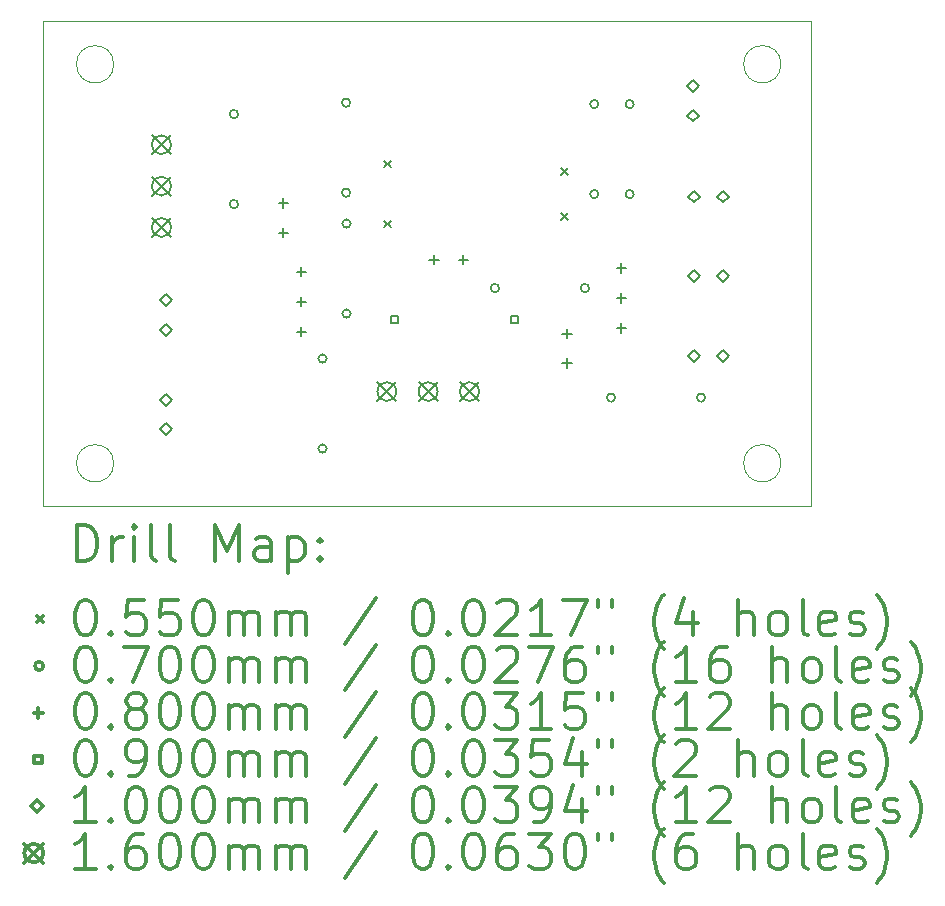
<source format=gbr>
%FSLAX45Y45*%
G04 Gerber Fmt 4.5, Leading zero omitted, Abs format (unit mm)*
G04 Created by KiCad (PCBNEW 5.1.12) date 2021-12-29 22:49:32*
%MOMM*%
%LPD*%
G01*
G04 APERTURE LIST*
%TA.AperFunction,Profile*%
%ADD10C,0.050000*%
%TD*%
%ADD11C,0.200000*%
%ADD12C,0.300000*%
G04 APERTURE END LIST*
D10*
X14981554Y-12291060D02*
G75*
G03*
X14981554Y-12291060I-158114J0D01*
G01*
X14981554Y-8912860D02*
G75*
G03*
X14981554Y-8912860I-158114J0D01*
G01*
X8737600Y-8549640D02*
X8737600Y-12649200D01*
X15240000Y-8549640D02*
X8737600Y-8549640D01*
X15240000Y-12649200D02*
X15240000Y-8550000D01*
X8737600Y-12649200D02*
X15240000Y-12649200D01*
X9332594Y-8912860D02*
G75*
G03*
X9332594Y-8912860I-158114J0D01*
G01*
X9332594Y-12291060D02*
G75*
G03*
X9332594Y-12291060I-158114J0D01*
G01*
D11*
X11622500Y-9728500D02*
X11677500Y-9783500D01*
X11677500Y-9728500D02*
X11622500Y-9783500D01*
X11622500Y-10236500D02*
X11677500Y-10291500D01*
X11677500Y-10236500D02*
X11622500Y-10291500D01*
X13122500Y-9792500D02*
X13177500Y-9847500D01*
X13177500Y-9792500D02*
X13122500Y-9847500D01*
X13122500Y-10172500D02*
X13177500Y-10227500D01*
X13177500Y-10172500D02*
X13122500Y-10227500D01*
X10385500Y-9334500D02*
G75*
G03*
X10385500Y-9334500I-35000J0D01*
G01*
X10385500Y-10096500D02*
G75*
G03*
X10385500Y-10096500I-35000J0D01*
G01*
X11134800Y-11404600D02*
G75*
G03*
X11134800Y-11404600I-35000J0D01*
G01*
X11134800Y-12166600D02*
G75*
G03*
X11134800Y-12166600I-35000J0D01*
G01*
X11335000Y-9238000D02*
G75*
G03*
X11335000Y-9238000I-35000J0D01*
G01*
X11335000Y-10000000D02*
G75*
G03*
X11335000Y-10000000I-35000J0D01*
G01*
X11338000Y-10261600D02*
G75*
G03*
X11338000Y-10261600I-35000J0D01*
G01*
X11338000Y-11023600D02*
G75*
G03*
X11338000Y-11023600I-35000J0D01*
G01*
X12595300Y-10807700D02*
G75*
G03*
X12595300Y-10807700I-35000J0D01*
G01*
X13357300Y-10807700D02*
G75*
G03*
X13357300Y-10807700I-35000J0D01*
G01*
X13435000Y-9250000D02*
G75*
G03*
X13435000Y-9250000I-35000J0D01*
G01*
X13435000Y-10012000D02*
G75*
G03*
X13435000Y-10012000I-35000J0D01*
G01*
X13578280Y-11734800D02*
G75*
G03*
X13578280Y-11734800I-35000J0D01*
G01*
X13735000Y-9250000D02*
G75*
G03*
X13735000Y-9250000I-35000J0D01*
G01*
X13735000Y-10012000D02*
G75*
G03*
X13735000Y-10012000I-35000J0D01*
G01*
X14340280Y-11734800D02*
G75*
G03*
X14340280Y-11734800I-35000J0D01*
G01*
X10769600Y-10047800D02*
X10769600Y-10127800D01*
X10729600Y-10087800D02*
X10809600Y-10087800D01*
X10769600Y-10297800D02*
X10769600Y-10377800D01*
X10729600Y-10337800D02*
X10809600Y-10337800D01*
X10922000Y-10628000D02*
X10922000Y-10708000D01*
X10882000Y-10668000D02*
X10962000Y-10668000D01*
X10922000Y-10882000D02*
X10922000Y-10962000D01*
X10882000Y-10922000D02*
X10962000Y-10922000D01*
X10922000Y-11136000D02*
X10922000Y-11216000D01*
X10882000Y-11176000D02*
X10962000Y-11176000D01*
X12043600Y-10526400D02*
X12043600Y-10606400D01*
X12003600Y-10566400D02*
X12083600Y-10566400D01*
X12293600Y-10526400D02*
X12293600Y-10606400D01*
X12253600Y-10566400D02*
X12333600Y-10566400D01*
X13169900Y-11152700D02*
X13169900Y-11232700D01*
X13129900Y-11192700D02*
X13209900Y-11192700D01*
X13169900Y-11402700D02*
X13169900Y-11482700D01*
X13129900Y-11442700D02*
X13209900Y-11442700D01*
X13631000Y-10598100D02*
X13631000Y-10678100D01*
X13591000Y-10638100D02*
X13671000Y-10638100D01*
X13631000Y-10852100D02*
X13631000Y-10932100D01*
X13591000Y-10892100D02*
X13671000Y-10892100D01*
X13631000Y-11106100D02*
X13631000Y-11186100D01*
X13591000Y-11146100D02*
X13671000Y-11146100D01*
X11741220Y-11106220D02*
X11741220Y-11042580D01*
X11677580Y-11042580D01*
X11677580Y-11106220D01*
X11741220Y-11106220D01*
X12757220Y-11106220D02*
X12757220Y-11042580D01*
X12693580Y-11042580D01*
X12693580Y-11106220D01*
X12757220Y-11106220D01*
X9773920Y-10960760D02*
X9823920Y-10910760D01*
X9773920Y-10860760D01*
X9723920Y-10910760D01*
X9773920Y-10960760D01*
X9773920Y-11210760D02*
X9823920Y-11160760D01*
X9773920Y-11110760D01*
X9723920Y-11160760D01*
X9773920Y-11210760D01*
X9773920Y-11804040D02*
X9823920Y-11754040D01*
X9773920Y-11704040D01*
X9723920Y-11754040D01*
X9773920Y-11804040D01*
X9773920Y-12054040D02*
X9823920Y-12004040D01*
X9773920Y-11954040D01*
X9723920Y-12004040D01*
X9773920Y-12054040D01*
X14234160Y-9147200D02*
X14284160Y-9097200D01*
X14234160Y-9047200D01*
X14184160Y-9097200D01*
X14234160Y-9147200D01*
X14234160Y-9397200D02*
X14284160Y-9347200D01*
X14234160Y-9297200D01*
X14184160Y-9347200D01*
X14234160Y-9397200D01*
X14243240Y-10083000D02*
X14293240Y-10033000D01*
X14243240Y-9983000D01*
X14193240Y-10033000D01*
X14243240Y-10083000D01*
X14243240Y-11434280D02*
X14293240Y-11384280D01*
X14243240Y-11334280D01*
X14193240Y-11384280D01*
X14243240Y-11434280D01*
X14244320Y-10758640D02*
X14294320Y-10708640D01*
X14244320Y-10658640D01*
X14194320Y-10708640D01*
X14244320Y-10758640D01*
X14493240Y-10083000D02*
X14543240Y-10033000D01*
X14493240Y-9983000D01*
X14443240Y-10033000D01*
X14493240Y-10083000D01*
X14493240Y-11434280D02*
X14543240Y-11384280D01*
X14493240Y-11334280D01*
X14443240Y-11384280D01*
X14493240Y-11434280D01*
X14494320Y-10758640D02*
X14544320Y-10708640D01*
X14494320Y-10658640D01*
X14444320Y-10708640D01*
X14494320Y-10758640D01*
X9656600Y-9514500D02*
X9816600Y-9674500D01*
X9816600Y-9514500D02*
X9656600Y-9674500D01*
X9816600Y-9594500D02*
G75*
G03*
X9816600Y-9594500I-80000J0D01*
G01*
X9656600Y-9864500D02*
X9816600Y-10024500D01*
X9816600Y-9864500D02*
X9656600Y-10024500D01*
X9816600Y-9944500D02*
G75*
G03*
X9816600Y-9944500I-80000J0D01*
G01*
X9656600Y-10214500D02*
X9816600Y-10374500D01*
X9816600Y-10214500D02*
X9656600Y-10374500D01*
X9816600Y-10294500D02*
G75*
G03*
X9816600Y-10294500I-80000J0D01*
G01*
X11564400Y-11604000D02*
X11724400Y-11764000D01*
X11724400Y-11604000D02*
X11564400Y-11764000D01*
X11724400Y-11684000D02*
G75*
G03*
X11724400Y-11684000I-80000J0D01*
G01*
X11914400Y-11604000D02*
X12074400Y-11764000D01*
X12074400Y-11604000D02*
X11914400Y-11764000D01*
X12074400Y-11684000D02*
G75*
G03*
X12074400Y-11684000I-80000J0D01*
G01*
X12264400Y-11604000D02*
X12424400Y-11764000D01*
X12424400Y-11604000D02*
X12264400Y-11764000D01*
X12424400Y-11684000D02*
G75*
G03*
X12424400Y-11684000I-80000J0D01*
G01*
D12*
X9021528Y-13117414D02*
X9021528Y-12817414D01*
X9092957Y-12817414D01*
X9135814Y-12831700D01*
X9164386Y-12860271D01*
X9178671Y-12888843D01*
X9192957Y-12945986D01*
X9192957Y-12988843D01*
X9178671Y-13045986D01*
X9164386Y-13074557D01*
X9135814Y-13103129D01*
X9092957Y-13117414D01*
X9021528Y-13117414D01*
X9321528Y-13117414D02*
X9321528Y-12917414D01*
X9321528Y-12974557D02*
X9335814Y-12945986D01*
X9350100Y-12931700D01*
X9378671Y-12917414D01*
X9407243Y-12917414D01*
X9507243Y-13117414D02*
X9507243Y-12917414D01*
X9507243Y-12817414D02*
X9492957Y-12831700D01*
X9507243Y-12845986D01*
X9521528Y-12831700D01*
X9507243Y-12817414D01*
X9507243Y-12845986D01*
X9692957Y-13117414D02*
X9664386Y-13103129D01*
X9650100Y-13074557D01*
X9650100Y-12817414D01*
X9850100Y-13117414D02*
X9821528Y-13103129D01*
X9807243Y-13074557D01*
X9807243Y-12817414D01*
X10192957Y-13117414D02*
X10192957Y-12817414D01*
X10292957Y-13031700D01*
X10392957Y-12817414D01*
X10392957Y-13117414D01*
X10664386Y-13117414D02*
X10664386Y-12960271D01*
X10650100Y-12931700D01*
X10621528Y-12917414D01*
X10564386Y-12917414D01*
X10535814Y-12931700D01*
X10664386Y-13103129D02*
X10635814Y-13117414D01*
X10564386Y-13117414D01*
X10535814Y-13103129D01*
X10521528Y-13074557D01*
X10521528Y-13045986D01*
X10535814Y-13017414D01*
X10564386Y-13003129D01*
X10635814Y-13003129D01*
X10664386Y-12988843D01*
X10807243Y-12917414D02*
X10807243Y-13217414D01*
X10807243Y-12931700D02*
X10835814Y-12917414D01*
X10892957Y-12917414D01*
X10921528Y-12931700D01*
X10935814Y-12945986D01*
X10950100Y-12974557D01*
X10950100Y-13060271D01*
X10935814Y-13088843D01*
X10921528Y-13103129D01*
X10892957Y-13117414D01*
X10835814Y-13117414D01*
X10807243Y-13103129D01*
X11078671Y-13088843D02*
X11092957Y-13103129D01*
X11078671Y-13117414D01*
X11064386Y-13103129D01*
X11078671Y-13088843D01*
X11078671Y-13117414D01*
X11078671Y-12931700D02*
X11092957Y-12945986D01*
X11078671Y-12960271D01*
X11064386Y-12945986D01*
X11078671Y-12931700D01*
X11078671Y-12960271D01*
X8680100Y-13584200D02*
X8735100Y-13639200D01*
X8735100Y-13584200D02*
X8680100Y-13639200D01*
X9078671Y-13447414D02*
X9107243Y-13447414D01*
X9135814Y-13461700D01*
X9150100Y-13475986D01*
X9164386Y-13504557D01*
X9178671Y-13561700D01*
X9178671Y-13633129D01*
X9164386Y-13690271D01*
X9150100Y-13718843D01*
X9135814Y-13733129D01*
X9107243Y-13747414D01*
X9078671Y-13747414D01*
X9050100Y-13733129D01*
X9035814Y-13718843D01*
X9021528Y-13690271D01*
X9007243Y-13633129D01*
X9007243Y-13561700D01*
X9021528Y-13504557D01*
X9035814Y-13475986D01*
X9050100Y-13461700D01*
X9078671Y-13447414D01*
X9307243Y-13718843D02*
X9321528Y-13733129D01*
X9307243Y-13747414D01*
X9292957Y-13733129D01*
X9307243Y-13718843D01*
X9307243Y-13747414D01*
X9592957Y-13447414D02*
X9450100Y-13447414D01*
X9435814Y-13590271D01*
X9450100Y-13575986D01*
X9478671Y-13561700D01*
X9550100Y-13561700D01*
X9578671Y-13575986D01*
X9592957Y-13590271D01*
X9607243Y-13618843D01*
X9607243Y-13690271D01*
X9592957Y-13718843D01*
X9578671Y-13733129D01*
X9550100Y-13747414D01*
X9478671Y-13747414D01*
X9450100Y-13733129D01*
X9435814Y-13718843D01*
X9878671Y-13447414D02*
X9735814Y-13447414D01*
X9721528Y-13590271D01*
X9735814Y-13575986D01*
X9764386Y-13561700D01*
X9835814Y-13561700D01*
X9864386Y-13575986D01*
X9878671Y-13590271D01*
X9892957Y-13618843D01*
X9892957Y-13690271D01*
X9878671Y-13718843D01*
X9864386Y-13733129D01*
X9835814Y-13747414D01*
X9764386Y-13747414D01*
X9735814Y-13733129D01*
X9721528Y-13718843D01*
X10078671Y-13447414D02*
X10107243Y-13447414D01*
X10135814Y-13461700D01*
X10150100Y-13475986D01*
X10164386Y-13504557D01*
X10178671Y-13561700D01*
X10178671Y-13633129D01*
X10164386Y-13690271D01*
X10150100Y-13718843D01*
X10135814Y-13733129D01*
X10107243Y-13747414D01*
X10078671Y-13747414D01*
X10050100Y-13733129D01*
X10035814Y-13718843D01*
X10021528Y-13690271D01*
X10007243Y-13633129D01*
X10007243Y-13561700D01*
X10021528Y-13504557D01*
X10035814Y-13475986D01*
X10050100Y-13461700D01*
X10078671Y-13447414D01*
X10307243Y-13747414D02*
X10307243Y-13547414D01*
X10307243Y-13575986D02*
X10321528Y-13561700D01*
X10350100Y-13547414D01*
X10392957Y-13547414D01*
X10421528Y-13561700D01*
X10435814Y-13590271D01*
X10435814Y-13747414D01*
X10435814Y-13590271D02*
X10450100Y-13561700D01*
X10478671Y-13547414D01*
X10521528Y-13547414D01*
X10550100Y-13561700D01*
X10564386Y-13590271D01*
X10564386Y-13747414D01*
X10707243Y-13747414D02*
X10707243Y-13547414D01*
X10707243Y-13575986D02*
X10721528Y-13561700D01*
X10750100Y-13547414D01*
X10792957Y-13547414D01*
X10821528Y-13561700D01*
X10835814Y-13590271D01*
X10835814Y-13747414D01*
X10835814Y-13590271D02*
X10850100Y-13561700D01*
X10878671Y-13547414D01*
X10921528Y-13547414D01*
X10950100Y-13561700D01*
X10964386Y-13590271D01*
X10964386Y-13747414D01*
X11550100Y-13433129D02*
X11292957Y-13818843D01*
X11935814Y-13447414D02*
X11964386Y-13447414D01*
X11992957Y-13461700D01*
X12007243Y-13475986D01*
X12021528Y-13504557D01*
X12035814Y-13561700D01*
X12035814Y-13633129D01*
X12021528Y-13690271D01*
X12007243Y-13718843D01*
X11992957Y-13733129D01*
X11964386Y-13747414D01*
X11935814Y-13747414D01*
X11907243Y-13733129D01*
X11892957Y-13718843D01*
X11878671Y-13690271D01*
X11864386Y-13633129D01*
X11864386Y-13561700D01*
X11878671Y-13504557D01*
X11892957Y-13475986D01*
X11907243Y-13461700D01*
X11935814Y-13447414D01*
X12164386Y-13718843D02*
X12178671Y-13733129D01*
X12164386Y-13747414D01*
X12150100Y-13733129D01*
X12164386Y-13718843D01*
X12164386Y-13747414D01*
X12364386Y-13447414D02*
X12392957Y-13447414D01*
X12421528Y-13461700D01*
X12435814Y-13475986D01*
X12450100Y-13504557D01*
X12464386Y-13561700D01*
X12464386Y-13633129D01*
X12450100Y-13690271D01*
X12435814Y-13718843D01*
X12421528Y-13733129D01*
X12392957Y-13747414D01*
X12364386Y-13747414D01*
X12335814Y-13733129D01*
X12321528Y-13718843D01*
X12307243Y-13690271D01*
X12292957Y-13633129D01*
X12292957Y-13561700D01*
X12307243Y-13504557D01*
X12321528Y-13475986D01*
X12335814Y-13461700D01*
X12364386Y-13447414D01*
X12578671Y-13475986D02*
X12592957Y-13461700D01*
X12621528Y-13447414D01*
X12692957Y-13447414D01*
X12721528Y-13461700D01*
X12735814Y-13475986D01*
X12750100Y-13504557D01*
X12750100Y-13533129D01*
X12735814Y-13575986D01*
X12564386Y-13747414D01*
X12750100Y-13747414D01*
X13035814Y-13747414D02*
X12864386Y-13747414D01*
X12950100Y-13747414D02*
X12950100Y-13447414D01*
X12921528Y-13490271D01*
X12892957Y-13518843D01*
X12864386Y-13533129D01*
X13135814Y-13447414D02*
X13335814Y-13447414D01*
X13207243Y-13747414D01*
X13435814Y-13447414D02*
X13435814Y-13504557D01*
X13550100Y-13447414D02*
X13550100Y-13504557D01*
X13992957Y-13861700D02*
X13978671Y-13847414D01*
X13950100Y-13804557D01*
X13935814Y-13775986D01*
X13921528Y-13733129D01*
X13907243Y-13661700D01*
X13907243Y-13604557D01*
X13921528Y-13533129D01*
X13935814Y-13490271D01*
X13950100Y-13461700D01*
X13978671Y-13418843D01*
X13992957Y-13404557D01*
X14235814Y-13547414D02*
X14235814Y-13747414D01*
X14164386Y-13433129D02*
X14092957Y-13647414D01*
X14278671Y-13647414D01*
X14621528Y-13747414D02*
X14621528Y-13447414D01*
X14750100Y-13747414D02*
X14750100Y-13590271D01*
X14735814Y-13561700D01*
X14707243Y-13547414D01*
X14664386Y-13547414D01*
X14635814Y-13561700D01*
X14621528Y-13575986D01*
X14935814Y-13747414D02*
X14907243Y-13733129D01*
X14892957Y-13718843D01*
X14878671Y-13690271D01*
X14878671Y-13604557D01*
X14892957Y-13575986D01*
X14907243Y-13561700D01*
X14935814Y-13547414D01*
X14978671Y-13547414D01*
X15007243Y-13561700D01*
X15021528Y-13575986D01*
X15035814Y-13604557D01*
X15035814Y-13690271D01*
X15021528Y-13718843D01*
X15007243Y-13733129D01*
X14978671Y-13747414D01*
X14935814Y-13747414D01*
X15207243Y-13747414D02*
X15178671Y-13733129D01*
X15164386Y-13704557D01*
X15164386Y-13447414D01*
X15435814Y-13733129D02*
X15407243Y-13747414D01*
X15350100Y-13747414D01*
X15321528Y-13733129D01*
X15307243Y-13704557D01*
X15307243Y-13590271D01*
X15321528Y-13561700D01*
X15350100Y-13547414D01*
X15407243Y-13547414D01*
X15435814Y-13561700D01*
X15450100Y-13590271D01*
X15450100Y-13618843D01*
X15307243Y-13647414D01*
X15564386Y-13733129D02*
X15592957Y-13747414D01*
X15650100Y-13747414D01*
X15678671Y-13733129D01*
X15692957Y-13704557D01*
X15692957Y-13690271D01*
X15678671Y-13661700D01*
X15650100Y-13647414D01*
X15607243Y-13647414D01*
X15578671Y-13633129D01*
X15564386Y-13604557D01*
X15564386Y-13590271D01*
X15578671Y-13561700D01*
X15607243Y-13547414D01*
X15650100Y-13547414D01*
X15678671Y-13561700D01*
X15792957Y-13861700D02*
X15807243Y-13847414D01*
X15835814Y-13804557D01*
X15850100Y-13775986D01*
X15864386Y-13733129D01*
X15878671Y-13661700D01*
X15878671Y-13604557D01*
X15864386Y-13533129D01*
X15850100Y-13490271D01*
X15835814Y-13461700D01*
X15807243Y-13418843D01*
X15792957Y-13404557D01*
X8735100Y-14007700D02*
G75*
G03*
X8735100Y-14007700I-35000J0D01*
G01*
X9078671Y-13843414D02*
X9107243Y-13843414D01*
X9135814Y-13857700D01*
X9150100Y-13871986D01*
X9164386Y-13900557D01*
X9178671Y-13957700D01*
X9178671Y-14029129D01*
X9164386Y-14086271D01*
X9150100Y-14114843D01*
X9135814Y-14129129D01*
X9107243Y-14143414D01*
X9078671Y-14143414D01*
X9050100Y-14129129D01*
X9035814Y-14114843D01*
X9021528Y-14086271D01*
X9007243Y-14029129D01*
X9007243Y-13957700D01*
X9021528Y-13900557D01*
X9035814Y-13871986D01*
X9050100Y-13857700D01*
X9078671Y-13843414D01*
X9307243Y-14114843D02*
X9321528Y-14129129D01*
X9307243Y-14143414D01*
X9292957Y-14129129D01*
X9307243Y-14114843D01*
X9307243Y-14143414D01*
X9421528Y-13843414D02*
X9621528Y-13843414D01*
X9492957Y-14143414D01*
X9792957Y-13843414D02*
X9821528Y-13843414D01*
X9850100Y-13857700D01*
X9864386Y-13871986D01*
X9878671Y-13900557D01*
X9892957Y-13957700D01*
X9892957Y-14029129D01*
X9878671Y-14086271D01*
X9864386Y-14114843D01*
X9850100Y-14129129D01*
X9821528Y-14143414D01*
X9792957Y-14143414D01*
X9764386Y-14129129D01*
X9750100Y-14114843D01*
X9735814Y-14086271D01*
X9721528Y-14029129D01*
X9721528Y-13957700D01*
X9735814Y-13900557D01*
X9750100Y-13871986D01*
X9764386Y-13857700D01*
X9792957Y-13843414D01*
X10078671Y-13843414D02*
X10107243Y-13843414D01*
X10135814Y-13857700D01*
X10150100Y-13871986D01*
X10164386Y-13900557D01*
X10178671Y-13957700D01*
X10178671Y-14029129D01*
X10164386Y-14086271D01*
X10150100Y-14114843D01*
X10135814Y-14129129D01*
X10107243Y-14143414D01*
X10078671Y-14143414D01*
X10050100Y-14129129D01*
X10035814Y-14114843D01*
X10021528Y-14086271D01*
X10007243Y-14029129D01*
X10007243Y-13957700D01*
X10021528Y-13900557D01*
X10035814Y-13871986D01*
X10050100Y-13857700D01*
X10078671Y-13843414D01*
X10307243Y-14143414D02*
X10307243Y-13943414D01*
X10307243Y-13971986D02*
X10321528Y-13957700D01*
X10350100Y-13943414D01*
X10392957Y-13943414D01*
X10421528Y-13957700D01*
X10435814Y-13986271D01*
X10435814Y-14143414D01*
X10435814Y-13986271D02*
X10450100Y-13957700D01*
X10478671Y-13943414D01*
X10521528Y-13943414D01*
X10550100Y-13957700D01*
X10564386Y-13986271D01*
X10564386Y-14143414D01*
X10707243Y-14143414D02*
X10707243Y-13943414D01*
X10707243Y-13971986D02*
X10721528Y-13957700D01*
X10750100Y-13943414D01*
X10792957Y-13943414D01*
X10821528Y-13957700D01*
X10835814Y-13986271D01*
X10835814Y-14143414D01*
X10835814Y-13986271D02*
X10850100Y-13957700D01*
X10878671Y-13943414D01*
X10921528Y-13943414D01*
X10950100Y-13957700D01*
X10964386Y-13986271D01*
X10964386Y-14143414D01*
X11550100Y-13829129D02*
X11292957Y-14214843D01*
X11935814Y-13843414D02*
X11964386Y-13843414D01*
X11992957Y-13857700D01*
X12007243Y-13871986D01*
X12021528Y-13900557D01*
X12035814Y-13957700D01*
X12035814Y-14029129D01*
X12021528Y-14086271D01*
X12007243Y-14114843D01*
X11992957Y-14129129D01*
X11964386Y-14143414D01*
X11935814Y-14143414D01*
X11907243Y-14129129D01*
X11892957Y-14114843D01*
X11878671Y-14086271D01*
X11864386Y-14029129D01*
X11864386Y-13957700D01*
X11878671Y-13900557D01*
X11892957Y-13871986D01*
X11907243Y-13857700D01*
X11935814Y-13843414D01*
X12164386Y-14114843D02*
X12178671Y-14129129D01*
X12164386Y-14143414D01*
X12150100Y-14129129D01*
X12164386Y-14114843D01*
X12164386Y-14143414D01*
X12364386Y-13843414D02*
X12392957Y-13843414D01*
X12421528Y-13857700D01*
X12435814Y-13871986D01*
X12450100Y-13900557D01*
X12464386Y-13957700D01*
X12464386Y-14029129D01*
X12450100Y-14086271D01*
X12435814Y-14114843D01*
X12421528Y-14129129D01*
X12392957Y-14143414D01*
X12364386Y-14143414D01*
X12335814Y-14129129D01*
X12321528Y-14114843D01*
X12307243Y-14086271D01*
X12292957Y-14029129D01*
X12292957Y-13957700D01*
X12307243Y-13900557D01*
X12321528Y-13871986D01*
X12335814Y-13857700D01*
X12364386Y-13843414D01*
X12578671Y-13871986D02*
X12592957Y-13857700D01*
X12621528Y-13843414D01*
X12692957Y-13843414D01*
X12721528Y-13857700D01*
X12735814Y-13871986D01*
X12750100Y-13900557D01*
X12750100Y-13929129D01*
X12735814Y-13971986D01*
X12564386Y-14143414D01*
X12750100Y-14143414D01*
X12850100Y-13843414D02*
X13050100Y-13843414D01*
X12921528Y-14143414D01*
X13292957Y-13843414D02*
X13235814Y-13843414D01*
X13207243Y-13857700D01*
X13192957Y-13871986D01*
X13164386Y-13914843D01*
X13150100Y-13971986D01*
X13150100Y-14086271D01*
X13164386Y-14114843D01*
X13178671Y-14129129D01*
X13207243Y-14143414D01*
X13264386Y-14143414D01*
X13292957Y-14129129D01*
X13307243Y-14114843D01*
X13321528Y-14086271D01*
X13321528Y-14014843D01*
X13307243Y-13986271D01*
X13292957Y-13971986D01*
X13264386Y-13957700D01*
X13207243Y-13957700D01*
X13178671Y-13971986D01*
X13164386Y-13986271D01*
X13150100Y-14014843D01*
X13435814Y-13843414D02*
X13435814Y-13900557D01*
X13550100Y-13843414D02*
X13550100Y-13900557D01*
X13992957Y-14257700D02*
X13978671Y-14243414D01*
X13950100Y-14200557D01*
X13935814Y-14171986D01*
X13921528Y-14129129D01*
X13907243Y-14057700D01*
X13907243Y-14000557D01*
X13921528Y-13929129D01*
X13935814Y-13886271D01*
X13950100Y-13857700D01*
X13978671Y-13814843D01*
X13992957Y-13800557D01*
X14264386Y-14143414D02*
X14092957Y-14143414D01*
X14178671Y-14143414D02*
X14178671Y-13843414D01*
X14150100Y-13886271D01*
X14121528Y-13914843D01*
X14092957Y-13929129D01*
X14521528Y-13843414D02*
X14464386Y-13843414D01*
X14435814Y-13857700D01*
X14421528Y-13871986D01*
X14392957Y-13914843D01*
X14378671Y-13971986D01*
X14378671Y-14086271D01*
X14392957Y-14114843D01*
X14407243Y-14129129D01*
X14435814Y-14143414D01*
X14492957Y-14143414D01*
X14521528Y-14129129D01*
X14535814Y-14114843D01*
X14550100Y-14086271D01*
X14550100Y-14014843D01*
X14535814Y-13986271D01*
X14521528Y-13971986D01*
X14492957Y-13957700D01*
X14435814Y-13957700D01*
X14407243Y-13971986D01*
X14392957Y-13986271D01*
X14378671Y-14014843D01*
X14907243Y-14143414D02*
X14907243Y-13843414D01*
X15035814Y-14143414D02*
X15035814Y-13986271D01*
X15021528Y-13957700D01*
X14992957Y-13943414D01*
X14950100Y-13943414D01*
X14921528Y-13957700D01*
X14907243Y-13971986D01*
X15221528Y-14143414D02*
X15192957Y-14129129D01*
X15178671Y-14114843D01*
X15164386Y-14086271D01*
X15164386Y-14000557D01*
X15178671Y-13971986D01*
X15192957Y-13957700D01*
X15221528Y-13943414D01*
X15264386Y-13943414D01*
X15292957Y-13957700D01*
X15307243Y-13971986D01*
X15321528Y-14000557D01*
X15321528Y-14086271D01*
X15307243Y-14114843D01*
X15292957Y-14129129D01*
X15264386Y-14143414D01*
X15221528Y-14143414D01*
X15492957Y-14143414D02*
X15464386Y-14129129D01*
X15450100Y-14100557D01*
X15450100Y-13843414D01*
X15721528Y-14129129D02*
X15692957Y-14143414D01*
X15635814Y-14143414D01*
X15607243Y-14129129D01*
X15592957Y-14100557D01*
X15592957Y-13986271D01*
X15607243Y-13957700D01*
X15635814Y-13943414D01*
X15692957Y-13943414D01*
X15721528Y-13957700D01*
X15735814Y-13986271D01*
X15735814Y-14014843D01*
X15592957Y-14043414D01*
X15850100Y-14129129D02*
X15878671Y-14143414D01*
X15935814Y-14143414D01*
X15964386Y-14129129D01*
X15978671Y-14100557D01*
X15978671Y-14086271D01*
X15964386Y-14057700D01*
X15935814Y-14043414D01*
X15892957Y-14043414D01*
X15864386Y-14029129D01*
X15850100Y-14000557D01*
X15850100Y-13986271D01*
X15864386Y-13957700D01*
X15892957Y-13943414D01*
X15935814Y-13943414D01*
X15964386Y-13957700D01*
X16078671Y-14257700D02*
X16092957Y-14243414D01*
X16121528Y-14200557D01*
X16135814Y-14171986D01*
X16150100Y-14129129D01*
X16164386Y-14057700D01*
X16164386Y-14000557D01*
X16150100Y-13929129D01*
X16135814Y-13886271D01*
X16121528Y-13857700D01*
X16092957Y-13814843D01*
X16078671Y-13800557D01*
X8695100Y-14363700D02*
X8695100Y-14443700D01*
X8655100Y-14403700D02*
X8735100Y-14403700D01*
X9078671Y-14239414D02*
X9107243Y-14239414D01*
X9135814Y-14253700D01*
X9150100Y-14267986D01*
X9164386Y-14296557D01*
X9178671Y-14353700D01*
X9178671Y-14425129D01*
X9164386Y-14482271D01*
X9150100Y-14510843D01*
X9135814Y-14525129D01*
X9107243Y-14539414D01*
X9078671Y-14539414D01*
X9050100Y-14525129D01*
X9035814Y-14510843D01*
X9021528Y-14482271D01*
X9007243Y-14425129D01*
X9007243Y-14353700D01*
X9021528Y-14296557D01*
X9035814Y-14267986D01*
X9050100Y-14253700D01*
X9078671Y-14239414D01*
X9307243Y-14510843D02*
X9321528Y-14525129D01*
X9307243Y-14539414D01*
X9292957Y-14525129D01*
X9307243Y-14510843D01*
X9307243Y-14539414D01*
X9492957Y-14367986D02*
X9464386Y-14353700D01*
X9450100Y-14339414D01*
X9435814Y-14310843D01*
X9435814Y-14296557D01*
X9450100Y-14267986D01*
X9464386Y-14253700D01*
X9492957Y-14239414D01*
X9550100Y-14239414D01*
X9578671Y-14253700D01*
X9592957Y-14267986D01*
X9607243Y-14296557D01*
X9607243Y-14310843D01*
X9592957Y-14339414D01*
X9578671Y-14353700D01*
X9550100Y-14367986D01*
X9492957Y-14367986D01*
X9464386Y-14382271D01*
X9450100Y-14396557D01*
X9435814Y-14425129D01*
X9435814Y-14482271D01*
X9450100Y-14510843D01*
X9464386Y-14525129D01*
X9492957Y-14539414D01*
X9550100Y-14539414D01*
X9578671Y-14525129D01*
X9592957Y-14510843D01*
X9607243Y-14482271D01*
X9607243Y-14425129D01*
X9592957Y-14396557D01*
X9578671Y-14382271D01*
X9550100Y-14367986D01*
X9792957Y-14239414D02*
X9821528Y-14239414D01*
X9850100Y-14253700D01*
X9864386Y-14267986D01*
X9878671Y-14296557D01*
X9892957Y-14353700D01*
X9892957Y-14425129D01*
X9878671Y-14482271D01*
X9864386Y-14510843D01*
X9850100Y-14525129D01*
X9821528Y-14539414D01*
X9792957Y-14539414D01*
X9764386Y-14525129D01*
X9750100Y-14510843D01*
X9735814Y-14482271D01*
X9721528Y-14425129D01*
X9721528Y-14353700D01*
X9735814Y-14296557D01*
X9750100Y-14267986D01*
X9764386Y-14253700D01*
X9792957Y-14239414D01*
X10078671Y-14239414D02*
X10107243Y-14239414D01*
X10135814Y-14253700D01*
X10150100Y-14267986D01*
X10164386Y-14296557D01*
X10178671Y-14353700D01*
X10178671Y-14425129D01*
X10164386Y-14482271D01*
X10150100Y-14510843D01*
X10135814Y-14525129D01*
X10107243Y-14539414D01*
X10078671Y-14539414D01*
X10050100Y-14525129D01*
X10035814Y-14510843D01*
X10021528Y-14482271D01*
X10007243Y-14425129D01*
X10007243Y-14353700D01*
X10021528Y-14296557D01*
X10035814Y-14267986D01*
X10050100Y-14253700D01*
X10078671Y-14239414D01*
X10307243Y-14539414D02*
X10307243Y-14339414D01*
X10307243Y-14367986D02*
X10321528Y-14353700D01*
X10350100Y-14339414D01*
X10392957Y-14339414D01*
X10421528Y-14353700D01*
X10435814Y-14382271D01*
X10435814Y-14539414D01*
X10435814Y-14382271D02*
X10450100Y-14353700D01*
X10478671Y-14339414D01*
X10521528Y-14339414D01*
X10550100Y-14353700D01*
X10564386Y-14382271D01*
X10564386Y-14539414D01*
X10707243Y-14539414D02*
X10707243Y-14339414D01*
X10707243Y-14367986D02*
X10721528Y-14353700D01*
X10750100Y-14339414D01*
X10792957Y-14339414D01*
X10821528Y-14353700D01*
X10835814Y-14382271D01*
X10835814Y-14539414D01*
X10835814Y-14382271D02*
X10850100Y-14353700D01*
X10878671Y-14339414D01*
X10921528Y-14339414D01*
X10950100Y-14353700D01*
X10964386Y-14382271D01*
X10964386Y-14539414D01*
X11550100Y-14225129D02*
X11292957Y-14610843D01*
X11935814Y-14239414D02*
X11964386Y-14239414D01*
X11992957Y-14253700D01*
X12007243Y-14267986D01*
X12021528Y-14296557D01*
X12035814Y-14353700D01*
X12035814Y-14425129D01*
X12021528Y-14482271D01*
X12007243Y-14510843D01*
X11992957Y-14525129D01*
X11964386Y-14539414D01*
X11935814Y-14539414D01*
X11907243Y-14525129D01*
X11892957Y-14510843D01*
X11878671Y-14482271D01*
X11864386Y-14425129D01*
X11864386Y-14353700D01*
X11878671Y-14296557D01*
X11892957Y-14267986D01*
X11907243Y-14253700D01*
X11935814Y-14239414D01*
X12164386Y-14510843D02*
X12178671Y-14525129D01*
X12164386Y-14539414D01*
X12150100Y-14525129D01*
X12164386Y-14510843D01*
X12164386Y-14539414D01*
X12364386Y-14239414D02*
X12392957Y-14239414D01*
X12421528Y-14253700D01*
X12435814Y-14267986D01*
X12450100Y-14296557D01*
X12464386Y-14353700D01*
X12464386Y-14425129D01*
X12450100Y-14482271D01*
X12435814Y-14510843D01*
X12421528Y-14525129D01*
X12392957Y-14539414D01*
X12364386Y-14539414D01*
X12335814Y-14525129D01*
X12321528Y-14510843D01*
X12307243Y-14482271D01*
X12292957Y-14425129D01*
X12292957Y-14353700D01*
X12307243Y-14296557D01*
X12321528Y-14267986D01*
X12335814Y-14253700D01*
X12364386Y-14239414D01*
X12564386Y-14239414D02*
X12750100Y-14239414D01*
X12650100Y-14353700D01*
X12692957Y-14353700D01*
X12721528Y-14367986D01*
X12735814Y-14382271D01*
X12750100Y-14410843D01*
X12750100Y-14482271D01*
X12735814Y-14510843D01*
X12721528Y-14525129D01*
X12692957Y-14539414D01*
X12607243Y-14539414D01*
X12578671Y-14525129D01*
X12564386Y-14510843D01*
X13035814Y-14539414D02*
X12864386Y-14539414D01*
X12950100Y-14539414D02*
X12950100Y-14239414D01*
X12921528Y-14282271D01*
X12892957Y-14310843D01*
X12864386Y-14325129D01*
X13307243Y-14239414D02*
X13164386Y-14239414D01*
X13150100Y-14382271D01*
X13164386Y-14367986D01*
X13192957Y-14353700D01*
X13264386Y-14353700D01*
X13292957Y-14367986D01*
X13307243Y-14382271D01*
X13321528Y-14410843D01*
X13321528Y-14482271D01*
X13307243Y-14510843D01*
X13292957Y-14525129D01*
X13264386Y-14539414D01*
X13192957Y-14539414D01*
X13164386Y-14525129D01*
X13150100Y-14510843D01*
X13435814Y-14239414D02*
X13435814Y-14296557D01*
X13550100Y-14239414D02*
X13550100Y-14296557D01*
X13992957Y-14653700D02*
X13978671Y-14639414D01*
X13950100Y-14596557D01*
X13935814Y-14567986D01*
X13921528Y-14525129D01*
X13907243Y-14453700D01*
X13907243Y-14396557D01*
X13921528Y-14325129D01*
X13935814Y-14282271D01*
X13950100Y-14253700D01*
X13978671Y-14210843D01*
X13992957Y-14196557D01*
X14264386Y-14539414D02*
X14092957Y-14539414D01*
X14178671Y-14539414D02*
X14178671Y-14239414D01*
X14150100Y-14282271D01*
X14121528Y-14310843D01*
X14092957Y-14325129D01*
X14378671Y-14267986D02*
X14392957Y-14253700D01*
X14421528Y-14239414D01*
X14492957Y-14239414D01*
X14521528Y-14253700D01*
X14535814Y-14267986D01*
X14550100Y-14296557D01*
X14550100Y-14325129D01*
X14535814Y-14367986D01*
X14364386Y-14539414D01*
X14550100Y-14539414D01*
X14907243Y-14539414D02*
X14907243Y-14239414D01*
X15035814Y-14539414D02*
X15035814Y-14382271D01*
X15021528Y-14353700D01*
X14992957Y-14339414D01*
X14950100Y-14339414D01*
X14921528Y-14353700D01*
X14907243Y-14367986D01*
X15221528Y-14539414D02*
X15192957Y-14525129D01*
X15178671Y-14510843D01*
X15164386Y-14482271D01*
X15164386Y-14396557D01*
X15178671Y-14367986D01*
X15192957Y-14353700D01*
X15221528Y-14339414D01*
X15264386Y-14339414D01*
X15292957Y-14353700D01*
X15307243Y-14367986D01*
X15321528Y-14396557D01*
X15321528Y-14482271D01*
X15307243Y-14510843D01*
X15292957Y-14525129D01*
X15264386Y-14539414D01*
X15221528Y-14539414D01*
X15492957Y-14539414D02*
X15464386Y-14525129D01*
X15450100Y-14496557D01*
X15450100Y-14239414D01*
X15721528Y-14525129D02*
X15692957Y-14539414D01*
X15635814Y-14539414D01*
X15607243Y-14525129D01*
X15592957Y-14496557D01*
X15592957Y-14382271D01*
X15607243Y-14353700D01*
X15635814Y-14339414D01*
X15692957Y-14339414D01*
X15721528Y-14353700D01*
X15735814Y-14382271D01*
X15735814Y-14410843D01*
X15592957Y-14439414D01*
X15850100Y-14525129D02*
X15878671Y-14539414D01*
X15935814Y-14539414D01*
X15964386Y-14525129D01*
X15978671Y-14496557D01*
X15978671Y-14482271D01*
X15964386Y-14453700D01*
X15935814Y-14439414D01*
X15892957Y-14439414D01*
X15864386Y-14425129D01*
X15850100Y-14396557D01*
X15850100Y-14382271D01*
X15864386Y-14353700D01*
X15892957Y-14339414D01*
X15935814Y-14339414D01*
X15964386Y-14353700D01*
X16078671Y-14653700D02*
X16092957Y-14639414D01*
X16121528Y-14596557D01*
X16135814Y-14567986D01*
X16150100Y-14525129D01*
X16164386Y-14453700D01*
X16164386Y-14396557D01*
X16150100Y-14325129D01*
X16135814Y-14282271D01*
X16121528Y-14253700D01*
X16092957Y-14210843D01*
X16078671Y-14196557D01*
X8721920Y-14831520D02*
X8721920Y-14767880D01*
X8658280Y-14767880D01*
X8658280Y-14831520D01*
X8721920Y-14831520D01*
X9078671Y-14635414D02*
X9107243Y-14635414D01*
X9135814Y-14649700D01*
X9150100Y-14663986D01*
X9164386Y-14692557D01*
X9178671Y-14749700D01*
X9178671Y-14821129D01*
X9164386Y-14878271D01*
X9150100Y-14906843D01*
X9135814Y-14921129D01*
X9107243Y-14935414D01*
X9078671Y-14935414D01*
X9050100Y-14921129D01*
X9035814Y-14906843D01*
X9021528Y-14878271D01*
X9007243Y-14821129D01*
X9007243Y-14749700D01*
X9021528Y-14692557D01*
X9035814Y-14663986D01*
X9050100Y-14649700D01*
X9078671Y-14635414D01*
X9307243Y-14906843D02*
X9321528Y-14921129D01*
X9307243Y-14935414D01*
X9292957Y-14921129D01*
X9307243Y-14906843D01*
X9307243Y-14935414D01*
X9464386Y-14935414D02*
X9521528Y-14935414D01*
X9550100Y-14921129D01*
X9564386Y-14906843D01*
X9592957Y-14863986D01*
X9607243Y-14806843D01*
X9607243Y-14692557D01*
X9592957Y-14663986D01*
X9578671Y-14649700D01*
X9550100Y-14635414D01*
X9492957Y-14635414D01*
X9464386Y-14649700D01*
X9450100Y-14663986D01*
X9435814Y-14692557D01*
X9435814Y-14763986D01*
X9450100Y-14792557D01*
X9464386Y-14806843D01*
X9492957Y-14821129D01*
X9550100Y-14821129D01*
X9578671Y-14806843D01*
X9592957Y-14792557D01*
X9607243Y-14763986D01*
X9792957Y-14635414D02*
X9821528Y-14635414D01*
X9850100Y-14649700D01*
X9864386Y-14663986D01*
X9878671Y-14692557D01*
X9892957Y-14749700D01*
X9892957Y-14821129D01*
X9878671Y-14878271D01*
X9864386Y-14906843D01*
X9850100Y-14921129D01*
X9821528Y-14935414D01*
X9792957Y-14935414D01*
X9764386Y-14921129D01*
X9750100Y-14906843D01*
X9735814Y-14878271D01*
X9721528Y-14821129D01*
X9721528Y-14749700D01*
X9735814Y-14692557D01*
X9750100Y-14663986D01*
X9764386Y-14649700D01*
X9792957Y-14635414D01*
X10078671Y-14635414D02*
X10107243Y-14635414D01*
X10135814Y-14649700D01*
X10150100Y-14663986D01*
X10164386Y-14692557D01*
X10178671Y-14749700D01*
X10178671Y-14821129D01*
X10164386Y-14878271D01*
X10150100Y-14906843D01*
X10135814Y-14921129D01*
X10107243Y-14935414D01*
X10078671Y-14935414D01*
X10050100Y-14921129D01*
X10035814Y-14906843D01*
X10021528Y-14878271D01*
X10007243Y-14821129D01*
X10007243Y-14749700D01*
X10021528Y-14692557D01*
X10035814Y-14663986D01*
X10050100Y-14649700D01*
X10078671Y-14635414D01*
X10307243Y-14935414D02*
X10307243Y-14735414D01*
X10307243Y-14763986D02*
X10321528Y-14749700D01*
X10350100Y-14735414D01*
X10392957Y-14735414D01*
X10421528Y-14749700D01*
X10435814Y-14778271D01*
X10435814Y-14935414D01*
X10435814Y-14778271D02*
X10450100Y-14749700D01*
X10478671Y-14735414D01*
X10521528Y-14735414D01*
X10550100Y-14749700D01*
X10564386Y-14778271D01*
X10564386Y-14935414D01*
X10707243Y-14935414D02*
X10707243Y-14735414D01*
X10707243Y-14763986D02*
X10721528Y-14749700D01*
X10750100Y-14735414D01*
X10792957Y-14735414D01*
X10821528Y-14749700D01*
X10835814Y-14778271D01*
X10835814Y-14935414D01*
X10835814Y-14778271D02*
X10850100Y-14749700D01*
X10878671Y-14735414D01*
X10921528Y-14735414D01*
X10950100Y-14749700D01*
X10964386Y-14778271D01*
X10964386Y-14935414D01*
X11550100Y-14621129D02*
X11292957Y-15006843D01*
X11935814Y-14635414D02*
X11964386Y-14635414D01*
X11992957Y-14649700D01*
X12007243Y-14663986D01*
X12021528Y-14692557D01*
X12035814Y-14749700D01*
X12035814Y-14821129D01*
X12021528Y-14878271D01*
X12007243Y-14906843D01*
X11992957Y-14921129D01*
X11964386Y-14935414D01*
X11935814Y-14935414D01*
X11907243Y-14921129D01*
X11892957Y-14906843D01*
X11878671Y-14878271D01*
X11864386Y-14821129D01*
X11864386Y-14749700D01*
X11878671Y-14692557D01*
X11892957Y-14663986D01*
X11907243Y-14649700D01*
X11935814Y-14635414D01*
X12164386Y-14906843D02*
X12178671Y-14921129D01*
X12164386Y-14935414D01*
X12150100Y-14921129D01*
X12164386Y-14906843D01*
X12164386Y-14935414D01*
X12364386Y-14635414D02*
X12392957Y-14635414D01*
X12421528Y-14649700D01*
X12435814Y-14663986D01*
X12450100Y-14692557D01*
X12464386Y-14749700D01*
X12464386Y-14821129D01*
X12450100Y-14878271D01*
X12435814Y-14906843D01*
X12421528Y-14921129D01*
X12392957Y-14935414D01*
X12364386Y-14935414D01*
X12335814Y-14921129D01*
X12321528Y-14906843D01*
X12307243Y-14878271D01*
X12292957Y-14821129D01*
X12292957Y-14749700D01*
X12307243Y-14692557D01*
X12321528Y-14663986D01*
X12335814Y-14649700D01*
X12364386Y-14635414D01*
X12564386Y-14635414D02*
X12750100Y-14635414D01*
X12650100Y-14749700D01*
X12692957Y-14749700D01*
X12721528Y-14763986D01*
X12735814Y-14778271D01*
X12750100Y-14806843D01*
X12750100Y-14878271D01*
X12735814Y-14906843D01*
X12721528Y-14921129D01*
X12692957Y-14935414D01*
X12607243Y-14935414D01*
X12578671Y-14921129D01*
X12564386Y-14906843D01*
X13021528Y-14635414D02*
X12878671Y-14635414D01*
X12864386Y-14778271D01*
X12878671Y-14763986D01*
X12907243Y-14749700D01*
X12978671Y-14749700D01*
X13007243Y-14763986D01*
X13021528Y-14778271D01*
X13035814Y-14806843D01*
X13035814Y-14878271D01*
X13021528Y-14906843D01*
X13007243Y-14921129D01*
X12978671Y-14935414D01*
X12907243Y-14935414D01*
X12878671Y-14921129D01*
X12864386Y-14906843D01*
X13292957Y-14735414D02*
X13292957Y-14935414D01*
X13221528Y-14621129D02*
X13150100Y-14835414D01*
X13335814Y-14835414D01*
X13435814Y-14635414D02*
X13435814Y-14692557D01*
X13550100Y-14635414D02*
X13550100Y-14692557D01*
X13992957Y-15049700D02*
X13978671Y-15035414D01*
X13950100Y-14992557D01*
X13935814Y-14963986D01*
X13921528Y-14921129D01*
X13907243Y-14849700D01*
X13907243Y-14792557D01*
X13921528Y-14721129D01*
X13935814Y-14678271D01*
X13950100Y-14649700D01*
X13978671Y-14606843D01*
X13992957Y-14592557D01*
X14092957Y-14663986D02*
X14107243Y-14649700D01*
X14135814Y-14635414D01*
X14207243Y-14635414D01*
X14235814Y-14649700D01*
X14250100Y-14663986D01*
X14264386Y-14692557D01*
X14264386Y-14721129D01*
X14250100Y-14763986D01*
X14078671Y-14935414D01*
X14264386Y-14935414D01*
X14621528Y-14935414D02*
X14621528Y-14635414D01*
X14750100Y-14935414D02*
X14750100Y-14778271D01*
X14735814Y-14749700D01*
X14707243Y-14735414D01*
X14664386Y-14735414D01*
X14635814Y-14749700D01*
X14621528Y-14763986D01*
X14935814Y-14935414D02*
X14907243Y-14921129D01*
X14892957Y-14906843D01*
X14878671Y-14878271D01*
X14878671Y-14792557D01*
X14892957Y-14763986D01*
X14907243Y-14749700D01*
X14935814Y-14735414D01*
X14978671Y-14735414D01*
X15007243Y-14749700D01*
X15021528Y-14763986D01*
X15035814Y-14792557D01*
X15035814Y-14878271D01*
X15021528Y-14906843D01*
X15007243Y-14921129D01*
X14978671Y-14935414D01*
X14935814Y-14935414D01*
X15207243Y-14935414D02*
X15178671Y-14921129D01*
X15164386Y-14892557D01*
X15164386Y-14635414D01*
X15435814Y-14921129D02*
X15407243Y-14935414D01*
X15350100Y-14935414D01*
X15321528Y-14921129D01*
X15307243Y-14892557D01*
X15307243Y-14778271D01*
X15321528Y-14749700D01*
X15350100Y-14735414D01*
X15407243Y-14735414D01*
X15435814Y-14749700D01*
X15450100Y-14778271D01*
X15450100Y-14806843D01*
X15307243Y-14835414D01*
X15564386Y-14921129D02*
X15592957Y-14935414D01*
X15650100Y-14935414D01*
X15678671Y-14921129D01*
X15692957Y-14892557D01*
X15692957Y-14878271D01*
X15678671Y-14849700D01*
X15650100Y-14835414D01*
X15607243Y-14835414D01*
X15578671Y-14821129D01*
X15564386Y-14792557D01*
X15564386Y-14778271D01*
X15578671Y-14749700D01*
X15607243Y-14735414D01*
X15650100Y-14735414D01*
X15678671Y-14749700D01*
X15792957Y-15049700D02*
X15807243Y-15035414D01*
X15835814Y-14992557D01*
X15850100Y-14963986D01*
X15864386Y-14921129D01*
X15878671Y-14849700D01*
X15878671Y-14792557D01*
X15864386Y-14721129D01*
X15850100Y-14678271D01*
X15835814Y-14649700D01*
X15807243Y-14606843D01*
X15792957Y-14592557D01*
X8685100Y-15245700D02*
X8735100Y-15195700D01*
X8685100Y-15145700D01*
X8635100Y-15195700D01*
X8685100Y-15245700D01*
X9178671Y-15331414D02*
X9007243Y-15331414D01*
X9092957Y-15331414D02*
X9092957Y-15031414D01*
X9064386Y-15074271D01*
X9035814Y-15102843D01*
X9007243Y-15117129D01*
X9307243Y-15302843D02*
X9321528Y-15317129D01*
X9307243Y-15331414D01*
X9292957Y-15317129D01*
X9307243Y-15302843D01*
X9307243Y-15331414D01*
X9507243Y-15031414D02*
X9535814Y-15031414D01*
X9564386Y-15045700D01*
X9578671Y-15059986D01*
X9592957Y-15088557D01*
X9607243Y-15145700D01*
X9607243Y-15217129D01*
X9592957Y-15274271D01*
X9578671Y-15302843D01*
X9564386Y-15317129D01*
X9535814Y-15331414D01*
X9507243Y-15331414D01*
X9478671Y-15317129D01*
X9464386Y-15302843D01*
X9450100Y-15274271D01*
X9435814Y-15217129D01*
X9435814Y-15145700D01*
X9450100Y-15088557D01*
X9464386Y-15059986D01*
X9478671Y-15045700D01*
X9507243Y-15031414D01*
X9792957Y-15031414D02*
X9821528Y-15031414D01*
X9850100Y-15045700D01*
X9864386Y-15059986D01*
X9878671Y-15088557D01*
X9892957Y-15145700D01*
X9892957Y-15217129D01*
X9878671Y-15274271D01*
X9864386Y-15302843D01*
X9850100Y-15317129D01*
X9821528Y-15331414D01*
X9792957Y-15331414D01*
X9764386Y-15317129D01*
X9750100Y-15302843D01*
X9735814Y-15274271D01*
X9721528Y-15217129D01*
X9721528Y-15145700D01*
X9735814Y-15088557D01*
X9750100Y-15059986D01*
X9764386Y-15045700D01*
X9792957Y-15031414D01*
X10078671Y-15031414D02*
X10107243Y-15031414D01*
X10135814Y-15045700D01*
X10150100Y-15059986D01*
X10164386Y-15088557D01*
X10178671Y-15145700D01*
X10178671Y-15217129D01*
X10164386Y-15274271D01*
X10150100Y-15302843D01*
X10135814Y-15317129D01*
X10107243Y-15331414D01*
X10078671Y-15331414D01*
X10050100Y-15317129D01*
X10035814Y-15302843D01*
X10021528Y-15274271D01*
X10007243Y-15217129D01*
X10007243Y-15145700D01*
X10021528Y-15088557D01*
X10035814Y-15059986D01*
X10050100Y-15045700D01*
X10078671Y-15031414D01*
X10307243Y-15331414D02*
X10307243Y-15131414D01*
X10307243Y-15159986D02*
X10321528Y-15145700D01*
X10350100Y-15131414D01*
X10392957Y-15131414D01*
X10421528Y-15145700D01*
X10435814Y-15174271D01*
X10435814Y-15331414D01*
X10435814Y-15174271D02*
X10450100Y-15145700D01*
X10478671Y-15131414D01*
X10521528Y-15131414D01*
X10550100Y-15145700D01*
X10564386Y-15174271D01*
X10564386Y-15331414D01*
X10707243Y-15331414D02*
X10707243Y-15131414D01*
X10707243Y-15159986D02*
X10721528Y-15145700D01*
X10750100Y-15131414D01*
X10792957Y-15131414D01*
X10821528Y-15145700D01*
X10835814Y-15174271D01*
X10835814Y-15331414D01*
X10835814Y-15174271D02*
X10850100Y-15145700D01*
X10878671Y-15131414D01*
X10921528Y-15131414D01*
X10950100Y-15145700D01*
X10964386Y-15174271D01*
X10964386Y-15331414D01*
X11550100Y-15017129D02*
X11292957Y-15402843D01*
X11935814Y-15031414D02*
X11964386Y-15031414D01*
X11992957Y-15045700D01*
X12007243Y-15059986D01*
X12021528Y-15088557D01*
X12035814Y-15145700D01*
X12035814Y-15217129D01*
X12021528Y-15274271D01*
X12007243Y-15302843D01*
X11992957Y-15317129D01*
X11964386Y-15331414D01*
X11935814Y-15331414D01*
X11907243Y-15317129D01*
X11892957Y-15302843D01*
X11878671Y-15274271D01*
X11864386Y-15217129D01*
X11864386Y-15145700D01*
X11878671Y-15088557D01*
X11892957Y-15059986D01*
X11907243Y-15045700D01*
X11935814Y-15031414D01*
X12164386Y-15302843D02*
X12178671Y-15317129D01*
X12164386Y-15331414D01*
X12150100Y-15317129D01*
X12164386Y-15302843D01*
X12164386Y-15331414D01*
X12364386Y-15031414D02*
X12392957Y-15031414D01*
X12421528Y-15045700D01*
X12435814Y-15059986D01*
X12450100Y-15088557D01*
X12464386Y-15145700D01*
X12464386Y-15217129D01*
X12450100Y-15274271D01*
X12435814Y-15302843D01*
X12421528Y-15317129D01*
X12392957Y-15331414D01*
X12364386Y-15331414D01*
X12335814Y-15317129D01*
X12321528Y-15302843D01*
X12307243Y-15274271D01*
X12292957Y-15217129D01*
X12292957Y-15145700D01*
X12307243Y-15088557D01*
X12321528Y-15059986D01*
X12335814Y-15045700D01*
X12364386Y-15031414D01*
X12564386Y-15031414D02*
X12750100Y-15031414D01*
X12650100Y-15145700D01*
X12692957Y-15145700D01*
X12721528Y-15159986D01*
X12735814Y-15174271D01*
X12750100Y-15202843D01*
X12750100Y-15274271D01*
X12735814Y-15302843D01*
X12721528Y-15317129D01*
X12692957Y-15331414D01*
X12607243Y-15331414D01*
X12578671Y-15317129D01*
X12564386Y-15302843D01*
X12892957Y-15331414D02*
X12950100Y-15331414D01*
X12978671Y-15317129D01*
X12992957Y-15302843D01*
X13021528Y-15259986D01*
X13035814Y-15202843D01*
X13035814Y-15088557D01*
X13021528Y-15059986D01*
X13007243Y-15045700D01*
X12978671Y-15031414D01*
X12921528Y-15031414D01*
X12892957Y-15045700D01*
X12878671Y-15059986D01*
X12864386Y-15088557D01*
X12864386Y-15159986D01*
X12878671Y-15188557D01*
X12892957Y-15202843D01*
X12921528Y-15217129D01*
X12978671Y-15217129D01*
X13007243Y-15202843D01*
X13021528Y-15188557D01*
X13035814Y-15159986D01*
X13292957Y-15131414D02*
X13292957Y-15331414D01*
X13221528Y-15017129D02*
X13150100Y-15231414D01*
X13335814Y-15231414D01*
X13435814Y-15031414D02*
X13435814Y-15088557D01*
X13550100Y-15031414D02*
X13550100Y-15088557D01*
X13992957Y-15445700D02*
X13978671Y-15431414D01*
X13950100Y-15388557D01*
X13935814Y-15359986D01*
X13921528Y-15317129D01*
X13907243Y-15245700D01*
X13907243Y-15188557D01*
X13921528Y-15117129D01*
X13935814Y-15074271D01*
X13950100Y-15045700D01*
X13978671Y-15002843D01*
X13992957Y-14988557D01*
X14264386Y-15331414D02*
X14092957Y-15331414D01*
X14178671Y-15331414D02*
X14178671Y-15031414D01*
X14150100Y-15074271D01*
X14121528Y-15102843D01*
X14092957Y-15117129D01*
X14378671Y-15059986D02*
X14392957Y-15045700D01*
X14421528Y-15031414D01*
X14492957Y-15031414D01*
X14521528Y-15045700D01*
X14535814Y-15059986D01*
X14550100Y-15088557D01*
X14550100Y-15117129D01*
X14535814Y-15159986D01*
X14364386Y-15331414D01*
X14550100Y-15331414D01*
X14907243Y-15331414D02*
X14907243Y-15031414D01*
X15035814Y-15331414D02*
X15035814Y-15174271D01*
X15021528Y-15145700D01*
X14992957Y-15131414D01*
X14950100Y-15131414D01*
X14921528Y-15145700D01*
X14907243Y-15159986D01*
X15221528Y-15331414D02*
X15192957Y-15317129D01*
X15178671Y-15302843D01*
X15164386Y-15274271D01*
X15164386Y-15188557D01*
X15178671Y-15159986D01*
X15192957Y-15145700D01*
X15221528Y-15131414D01*
X15264386Y-15131414D01*
X15292957Y-15145700D01*
X15307243Y-15159986D01*
X15321528Y-15188557D01*
X15321528Y-15274271D01*
X15307243Y-15302843D01*
X15292957Y-15317129D01*
X15264386Y-15331414D01*
X15221528Y-15331414D01*
X15492957Y-15331414D02*
X15464386Y-15317129D01*
X15450100Y-15288557D01*
X15450100Y-15031414D01*
X15721528Y-15317129D02*
X15692957Y-15331414D01*
X15635814Y-15331414D01*
X15607243Y-15317129D01*
X15592957Y-15288557D01*
X15592957Y-15174271D01*
X15607243Y-15145700D01*
X15635814Y-15131414D01*
X15692957Y-15131414D01*
X15721528Y-15145700D01*
X15735814Y-15174271D01*
X15735814Y-15202843D01*
X15592957Y-15231414D01*
X15850100Y-15317129D02*
X15878671Y-15331414D01*
X15935814Y-15331414D01*
X15964386Y-15317129D01*
X15978671Y-15288557D01*
X15978671Y-15274271D01*
X15964386Y-15245700D01*
X15935814Y-15231414D01*
X15892957Y-15231414D01*
X15864386Y-15217129D01*
X15850100Y-15188557D01*
X15850100Y-15174271D01*
X15864386Y-15145700D01*
X15892957Y-15131414D01*
X15935814Y-15131414D01*
X15964386Y-15145700D01*
X16078671Y-15445700D02*
X16092957Y-15431414D01*
X16121528Y-15388557D01*
X16135814Y-15359986D01*
X16150100Y-15317129D01*
X16164386Y-15245700D01*
X16164386Y-15188557D01*
X16150100Y-15117129D01*
X16135814Y-15074271D01*
X16121528Y-15045700D01*
X16092957Y-15002843D01*
X16078671Y-14988557D01*
X8575100Y-15511700D02*
X8735100Y-15671700D01*
X8735100Y-15511700D02*
X8575100Y-15671700D01*
X8735100Y-15591700D02*
G75*
G03*
X8735100Y-15591700I-80000J0D01*
G01*
X9178671Y-15727414D02*
X9007243Y-15727414D01*
X9092957Y-15727414D02*
X9092957Y-15427414D01*
X9064386Y-15470271D01*
X9035814Y-15498843D01*
X9007243Y-15513129D01*
X9307243Y-15698843D02*
X9321528Y-15713129D01*
X9307243Y-15727414D01*
X9292957Y-15713129D01*
X9307243Y-15698843D01*
X9307243Y-15727414D01*
X9578671Y-15427414D02*
X9521528Y-15427414D01*
X9492957Y-15441700D01*
X9478671Y-15455986D01*
X9450100Y-15498843D01*
X9435814Y-15555986D01*
X9435814Y-15670271D01*
X9450100Y-15698843D01*
X9464386Y-15713129D01*
X9492957Y-15727414D01*
X9550100Y-15727414D01*
X9578671Y-15713129D01*
X9592957Y-15698843D01*
X9607243Y-15670271D01*
X9607243Y-15598843D01*
X9592957Y-15570271D01*
X9578671Y-15555986D01*
X9550100Y-15541700D01*
X9492957Y-15541700D01*
X9464386Y-15555986D01*
X9450100Y-15570271D01*
X9435814Y-15598843D01*
X9792957Y-15427414D02*
X9821528Y-15427414D01*
X9850100Y-15441700D01*
X9864386Y-15455986D01*
X9878671Y-15484557D01*
X9892957Y-15541700D01*
X9892957Y-15613129D01*
X9878671Y-15670271D01*
X9864386Y-15698843D01*
X9850100Y-15713129D01*
X9821528Y-15727414D01*
X9792957Y-15727414D01*
X9764386Y-15713129D01*
X9750100Y-15698843D01*
X9735814Y-15670271D01*
X9721528Y-15613129D01*
X9721528Y-15541700D01*
X9735814Y-15484557D01*
X9750100Y-15455986D01*
X9764386Y-15441700D01*
X9792957Y-15427414D01*
X10078671Y-15427414D02*
X10107243Y-15427414D01*
X10135814Y-15441700D01*
X10150100Y-15455986D01*
X10164386Y-15484557D01*
X10178671Y-15541700D01*
X10178671Y-15613129D01*
X10164386Y-15670271D01*
X10150100Y-15698843D01*
X10135814Y-15713129D01*
X10107243Y-15727414D01*
X10078671Y-15727414D01*
X10050100Y-15713129D01*
X10035814Y-15698843D01*
X10021528Y-15670271D01*
X10007243Y-15613129D01*
X10007243Y-15541700D01*
X10021528Y-15484557D01*
X10035814Y-15455986D01*
X10050100Y-15441700D01*
X10078671Y-15427414D01*
X10307243Y-15727414D02*
X10307243Y-15527414D01*
X10307243Y-15555986D02*
X10321528Y-15541700D01*
X10350100Y-15527414D01*
X10392957Y-15527414D01*
X10421528Y-15541700D01*
X10435814Y-15570271D01*
X10435814Y-15727414D01*
X10435814Y-15570271D02*
X10450100Y-15541700D01*
X10478671Y-15527414D01*
X10521528Y-15527414D01*
X10550100Y-15541700D01*
X10564386Y-15570271D01*
X10564386Y-15727414D01*
X10707243Y-15727414D02*
X10707243Y-15527414D01*
X10707243Y-15555986D02*
X10721528Y-15541700D01*
X10750100Y-15527414D01*
X10792957Y-15527414D01*
X10821528Y-15541700D01*
X10835814Y-15570271D01*
X10835814Y-15727414D01*
X10835814Y-15570271D02*
X10850100Y-15541700D01*
X10878671Y-15527414D01*
X10921528Y-15527414D01*
X10950100Y-15541700D01*
X10964386Y-15570271D01*
X10964386Y-15727414D01*
X11550100Y-15413129D02*
X11292957Y-15798843D01*
X11935814Y-15427414D02*
X11964386Y-15427414D01*
X11992957Y-15441700D01*
X12007243Y-15455986D01*
X12021528Y-15484557D01*
X12035814Y-15541700D01*
X12035814Y-15613129D01*
X12021528Y-15670271D01*
X12007243Y-15698843D01*
X11992957Y-15713129D01*
X11964386Y-15727414D01*
X11935814Y-15727414D01*
X11907243Y-15713129D01*
X11892957Y-15698843D01*
X11878671Y-15670271D01*
X11864386Y-15613129D01*
X11864386Y-15541700D01*
X11878671Y-15484557D01*
X11892957Y-15455986D01*
X11907243Y-15441700D01*
X11935814Y-15427414D01*
X12164386Y-15698843D02*
X12178671Y-15713129D01*
X12164386Y-15727414D01*
X12150100Y-15713129D01*
X12164386Y-15698843D01*
X12164386Y-15727414D01*
X12364386Y-15427414D02*
X12392957Y-15427414D01*
X12421528Y-15441700D01*
X12435814Y-15455986D01*
X12450100Y-15484557D01*
X12464386Y-15541700D01*
X12464386Y-15613129D01*
X12450100Y-15670271D01*
X12435814Y-15698843D01*
X12421528Y-15713129D01*
X12392957Y-15727414D01*
X12364386Y-15727414D01*
X12335814Y-15713129D01*
X12321528Y-15698843D01*
X12307243Y-15670271D01*
X12292957Y-15613129D01*
X12292957Y-15541700D01*
X12307243Y-15484557D01*
X12321528Y-15455986D01*
X12335814Y-15441700D01*
X12364386Y-15427414D01*
X12721528Y-15427414D02*
X12664386Y-15427414D01*
X12635814Y-15441700D01*
X12621528Y-15455986D01*
X12592957Y-15498843D01*
X12578671Y-15555986D01*
X12578671Y-15670271D01*
X12592957Y-15698843D01*
X12607243Y-15713129D01*
X12635814Y-15727414D01*
X12692957Y-15727414D01*
X12721528Y-15713129D01*
X12735814Y-15698843D01*
X12750100Y-15670271D01*
X12750100Y-15598843D01*
X12735814Y-15570271D01*
X12721528Y-15555986D01*
X12692957Y-15541700D01*
X12635814Y-15541700D01*
X12607243Y-15555986D01*
X12592957Y-15570271D01*
X12578671Y-15598843D01*
X12850100Y-15427414D02*
X13035814Y-15427414D01*
X12935814Y-15541700D01*
X12978671Y-15541700D01*
X13007243Y-15555986D01*
X13021528Y-15570271D01*
X13035814Y-15598843D01*
X13035814Y-15670271D01*
X13021528Y-15698843D01*
X13007243Y-15713129D01*
X12978671Y-15727414D01*
X12892957Y-15727414D01*
X12864386Y-15713129D01*
X12850100Y-15698843D01*
X13221528Y-15427414D02*
X13250100Y-15427414D01*
X13278671Y-15441700D01*
X13292957Y-15455986D01*
X13307243Y-15484557D01*
X13321528Y-15541700D01*
X13321528Y-15613129D01*
X13307243Y-15670271D01*
X13292957Y-15698843D01*
X13278671Y-15713129D01*
X13250100Y-15727414D01*
X13221528Y-15727414D01*
X13192957Y-15713129D01*
X13178671Y-15698843D01*
X13164386Y-15670271D01*
X13150100Y-15613129D01*
X13150100Y-15541700D01*
X13164386Y-15484557D01*
X13178671Y-15455986D01*
X13192957Y-15441700D01*
X13221528Y-15427414D01*
X13435814Y-15427414D02*
X13435814Y-15484557D01*
X13550100Y-15427414D02*
X13550100Y-15484557D01*
X13992957Y-15841700D02*
X13978671Y-15827414D01*
X13950100Y-15784557D01*
X13935814Y-15755986D01*
X13921528Y-15713129D01*
X13907243Y-15641700D01*
X13907243Y-15584557D01*
X13921528Y-15513129D01*
X13935814Y-15470271D01*
X13950100Y-15441700D01*
X13978671Y-15398843D01*
X13992957Y-15384557D01*
X14235814Y-15427414D02*
X14178671Y-15427414D01*
X14150100Y-15441700D01*
X14135814Y-15455986D01*
X14107243Y-15498843D01*
X14092957Y-15555986D01*
X14092957Y-15670271D01*
X14107243Y-15698843D01*
X14121528Y-15713129D01*
X14150100Y-15727414D01*
X14207243Y-15727414D01*
X14235814Y-15713129D01*
X14250100Y-15698843D01*
X14264386Y-15670271D01*
X14264386Y-15598843D01*
X14250100Y-15570271D01*
X14235814Y-15555986D01*
X14207243Y-15541700D01*
X14150100Y-15541700D01*
X14121528Y-15555986D01*
X14107243Y-15570271D01*
X14092957Y-15598843D01*
X14621528Y-15727414D02*
X14621528Y-15427414D01*
X14750100Y-15727414D02*
X14750100Y-15570271D01*
X14735814Y-15541700D01*
X14707243Y-15527414D01*
X14664386Y-15527414D01*
X14635814Y-15541700D01*
X14621528Y-15555986D01*
X14935814Y-15727414D02*
X14907243Y-15713129D01*
X14892957Y-15698843D01*
X14878671Y-15670271D01*
X14878671Y-15584557D01*
X14892957Y-15555986D01*
X14907243Y-15541700D01*
X14935814Y-15527414D01*
X14978671Y-15527414D01*
X15007243Y-15541700D01*
X15021528Y-15555986D01*
X15035814Y-15584557D01*
X15035814Y-15670271D01*
X15021528Y-15698843D01*
X15007243Y-15713129D01*
X14978671Y-15727414D01*
X14935814Y-15727414D01*
X15207243Y-15727414D02*
X15178671Y-15713129D01*
X15164386Y-15684557D01*
X15164386Y-15427414D01*
X15435814Y-15713129D02*
X15407243Y-15727414D01*
X15350100Y-15727414D01*
X15321528Y-15713129D01*
X15307243Y-15684557D01*
X15307243Y-15570271D01*
X15321528Y-15541700D01*
X15350100Y-15527414D01*
X15407243Y-15527414D01*
X15435814Y-15541700D01*
X15450100Y-15570271D01*
X15450100Y-15598843D01*
X15307243Y-15627414D01*
X15564386Y-15713129D02*
X15592957Y-15727414D01*
X15650100Y-15727414D01*
X15678671Y-15713129D01*
X15692957Y-15684557D01*
X15692957Y-15670271D01*
X15678671Y-15641700D01*
X15650100Y-15627414D01*
X15607243Y-15627414D01*
X15578671Y-15613129D01*
X15564386Y-15584557D01*
X15564386Y-15570271D01*
X15578671Y-15541700D01*
X15607243Y-15527414D01*
X15650100Y-15527414D01*
X15678671Y-15541700D01*
X15792957Y-15841700D02*
X15807243Y-15827414D01*
X15835814Y-15784557D01*
X15850100Y-15755986D01*
X15864386Y-15713129D01*
X15878671Y-15641700D01*
X15878671Y-15584557D01*
X15864386Y-15513129D01*
X15850100Y-15470271D01*
X15835814Y-15441700D01*
X15807243Y-15398843D01*
X15792957Y-15384557D01*
M02*

</source>
